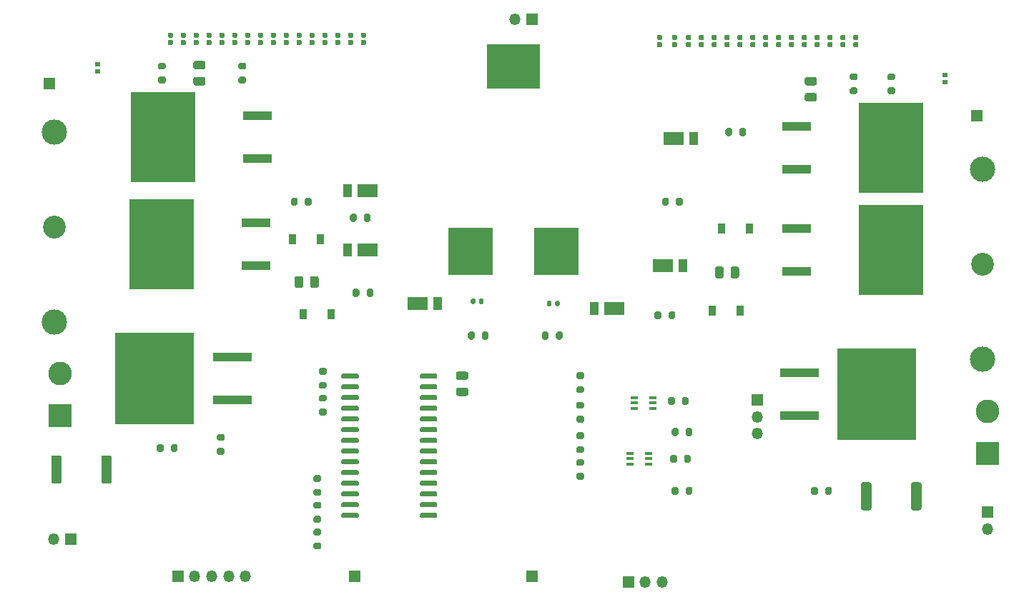
<source format=gts>
G04 #@! TF.GenerationSoftware,KiCad,Pcbnew,(5.1.10)-1*
G04 #@! TF.CreationDate,2022-01-17T16:27:26-05:00*
G04 #@! TF.ProjectId,breakoutboard-2,62726561-6b6f-4757-9462-6f6172642d32,rev?*
G04 #@! TF.SameCoordinates,Original*
G04 #@! TF.FileFunction,Soldermask,Top*
G04 #@! TF.FilePolarity,Negative*
%FSLAX46Y46*%
G04 Gerber Fmt 4.6, Leading zero omitted, Abs format (unit mm)*
G04 Created by KiCad (PCBNEW (5.1.10)-1) date 2022-01-17 16:27:26*
%MOMM*%
%LPD*%
G01*
G04 APERTURE LIST*
%ADD10R,9.400000X10.800000*%
%ADD11R,4.600000X1.100000*%
%ADD12R,1.350000X1.350000*%
%ADD13R,7.696200X10.718800*%
%ADD14R,3.505200X1.041400*%
%ADD15R,2.400000X1.500000*%
%ADD16R,1.050000X1.500000*%
%ADD17R,0.900000X1.200000*%
%ADD18C,3.000000*%
%ADD19C,2.700000*%
%ADD20O,1.350000X1.350000*%
%ADD21C,2.800000*%
%ADD22R,2.800000X2.800000*%
%ADD23R,5.330000X5.590000*%
%ADD24R,6.350000X5.280000*%
%ADD25R,0.850001X0.399999*%
G04 APERTURE END LIST*
D10*
X201495000Y-96520000D03*
D11*
X192345000Y-99060000D03*
X192345000Y-93980000D03*
D10*
X116005000Y-94615000D03*
D11*
X125155000Y-92075000D03*
X125155000Y-97155000D03*
D12*
X139700000Y-118110000D03*
D13*
X203200000Y-79375000D03*
D14*
X192036700Y-81915000D03*
X192036700Y-76835000D03*
D13*
X203187300Y-67310000D03*
D14*
X192024000Y-69850000D03*
X192024000Y-64770000D03*
D13*
X116852700Y-78740000D03*
D14*
X128016000Y-76200000D03*
X128016000Y-81280000D03*
D13*
X116979700Y-66040000D03*
D14*
X128143000Y-63500000D03*
X128143000Y-68580000D03*
G36*
G01*
X151925000Y-93800000D02*
X152875000Y-93800000D01*
G75*
G02*
X153125000Y-94050000I0J-250000D01*
G01*
X153125000Y-94550000D01*
G75*
G02*
X152875000Y-94800000I-250000J0D01*
G01*
X151925000Y-94800000D01*
G75*
G02*
X151675000Y-94550000I0J250000D01*
G01*
X151675000Y-94050000D01*
G75*
G02*
X151925000Y-93800000I250000J0D01*
G01*
G37*
G36*
G01*
X151925000Y-95700000D02*
X152875000Y-95700000D01*
G75*
G02*
X153125000Y-95950000I0J-250000D01*
G01*
X153125000Y-96450000D01*
G75*
G02*
X152875000Y-96700000I-250000J0D01*
G01*
X151925000Y-96700000D01*
G75*
G02*
X151675000Y-96450000I0J250000D01*
G01*
X151675000Y-95950000D01*
G75*
G02*
X151925000Y-95700000I250000J0D01*
G01*
G37*
G36*
G01*
X108995600Y-57945000D02*
X109444400Y-57945000D01*
G75*
G02*
X109520000Y-58020600I0J-75600D01*
G01*
X109520000Y-58409400D01*
G75*
G02*
X109444400Y-58485000I-75600J0D01*
G01*
X108995600Y-58485000D01*
G75*
G02*
X108920000Y-58409400I0J75600D01*
G01*
X108920000Y-58020600D01*
G75*
G02*
X108995600Y-57945000I75600J0D01*
G01*
G37*
G36*
G01*
X108995600Y-57085000D02*
X109444400Y-57085000D01*
G75*
G02*
X109520000Y-57160600I0J-75600D01*
G01*
X109520000Y-57549400D01*
G75*
G02*
X109444400Y-57625000I-75600J0D01*
G01*
X108995600Y-57625000D01*
G75*
G02*
X108920000Y-57549400I0J75600D01*
G01*
X108920000Y-57160600D01*
G75*
G02*
X108995600Y-57085000I75600J0D01*
G01*
G37*
G36*
G01*
X120810000Y-56970000D02*
X121760000Y-56970000D01*
G75*
G02*
X122010000Y-57220000I0J-250000D01*
G01*
X122010000Y-57720000D01*
G75*
G02*
X121760000Y-57970000I-250000J0D01*
G01*
X120810000Y-57970000D01*
G75*
G02*
X120560000Y-57720000I0J250000D01*
G01*
X120560000Y-57220000D01*
G75*
G02*
X120810000Y-56970000I250000J0D01*
G01*
G37*
G36*
G01*
X120810000Y-58870000D02*
X121760000Y-58870000D01*
G75*
G02*
X122010000Y-59120000I0J-250000D01*
G01*
X122010000Y-59620000D01*
G75*
G02*
X121760000Y-59870000I-250000J0D01*
G01*
X120810000Y-59870000D01*
G75*
G02*
X120560000Y-59620000I0J250000D01*
G01*
X120560000Y-59120000D01*
G75*
G02*
X120810000Y-58870000I250000J0D01*
G01*
G37*
G36*
G01*
X193200000Y-60775000D02*
X194150000Y-60775000D01*
G75*
G02*
X194400000Y-61025000I0J-250000D01*
G01*
X194400000Y-61525000D01*
G75*
G02*
X194150000Y-61775000I-250000J0D01*
G01*
X193200000Y-61775000D01*
G75*
G02*
X192950000Y-61525000I0J250000D01*
G01*
X192950000Y-61025000D01*
G75*
G02*
X193200000Y-60775000I250000J0D01*
G01*
G37*
G36*
G01*
X193200000Y-58875000D02*
X194150000Y-58875000D01*
G75*
G02*
X194400000Y-59125000I0J-250000D01*
G01*
X194400000Y-59625000D01*
G75*
G02*
X194150000Y-59875000I-250000J0D01*
G01*
X193200000Y-59875000D01*
G75*
G02*
X192950000Y-59625000I0J250000D01*
G01*
X192950000Y-59125000D01*
G75*
G02*
X193200000Y-58875000I250000J0D01*
G01*
G37*
G36*
G01*
X209774400Y-58895000D02*
X209325600Y-58895000D01*
G75*
G02*
X209250000Y-58819400I0J75600D01*
G01*
X209250000Y-58430600D01*
G75*
G02*
X209325600Y-58355000I75600J0D01*
G01*
X209774400Y-58355000D01*
G75*
G02*
X209850000Y-58430600I0J-75600D01*
G01*
X209850000Y-58819400D01*
G75*
G02*
X209774400Y-58895000I-75600J0D01*
G01*
G37*
G36*
G01*
X209774400Y-59755000D02*
X209325600Y-59755000D01*
G75*
G02*
X209250000Y-59679400I0J75600D01*
G01*
X209250000Y-59290600D01*
G75*
G02*
X209325600Y-59215000I75600J0D01*
G01*
X209774400Y-59215000D01*
G75*
G02*
X209850000Y-59290600I0J-75600D01*
G01*
X209850000Y-59679400D01*
G75*
G02*
X209774400Y-59755000I-75600J0D01*
G01*
G37*
G36*
G01*
X118080400Y-54196000D02*
X117631600Y-54196000D01*
G75*
G02*
X117556000Y-54120400I0J75600D01*
G01*
X117556000Y-53731600D01*
G75*
G02*
X117631600Y-53656000I75600J0D01*
G01*
X118080400Y-53656000D01*
G75*
G02*
X118156000Y-53731600I0J-75600D01*
G01*
X118156000Y-54120400D01*
G75*
G02*
X118080400Y-54196000I-75600J0D01*
G01*
G37*
G36*
G01*
X118080400Y-55056000D02*
X117631600Y-55056000D01*
G75*
G02*
X117556000Y-54980400I0J75600D01*
G01*
X117556000Y-54591600D01*
G75*
G02*
X117631600Y-54516000I75600J0D01*
G01*
X118080400Y-54516000D01*
G75*
G02*
X118156000Y-54591600I0J-75600D01*
G01*
X118156000Y-54980400D01*
G75*
G02*
X118080400Y-55056000I-75600J0D01*
G01*
G37*
G36*
G01*
X175992400Y-55310000D02*
X175543600Y-55310000D01*
G75*
G02*
X175468000Y-55234400I0J75600D01*
G01*
X175468000Y-54845600D01*
G75*
G02*
X175543600Y-54770000I75600J0D01*
G01*
X175992400Y-54770000D01*
G75*
G02*
X176068000Y-54845600I0J-75600D01*
G01*
X176068000Y-55234400D01*
G75*
G02*
X175992400Y-55310000I-75600J0D01*
G01*
G37*
G36*
G01*
X175992400Y-54450000D02*
X175543600Y-54450000D01*
G75*
G02*
X175468000Y-54374400I0J75600D01*
G01*
X175468000Y-53985600D01*
G75*
G02*
X175543600Y-53910000I75600J0D01*
G01*
X175992400Y-53910000D01*
G75*
G02*
X176068000Y-53985600I0J-75600D01*
G01*
X176068000Y-54374400D01*
G75*
G02*
X175992400Y-54450000I-75600J0D01*
G01*
G37*
G36*
G01*
X119604400Y-55056000D02*
X119155600Y-55056000D01*
G75*
G02*
X119080000Y-54980400I0J75600D01*
G01*
X119080000Y-54591600D01*
G75*
G02*
X119155600Y-54516000I75600J0D01*
G01*
X119604400Y-54516000D01*
G75*
G02*
X119680000Y-54591600I0J-75600D01*
G01*
X119680000Y-54980400D01*
G75*
G02*
X119604400Y-55056000I-75600J0D01*
G01*
G37*
G36*
G01*
X119604400Y-54196000D02*
X119155600Y-54196000D01*
G75*
G02*
X119080000Y-54120400I0J75600D01*
G01*
X119080000Y-53731600D01*
G75*
G02*
X119155600Y-53656000I75600J0D01*
G01*
X119604400Y-53656000D01*
G75*
G02*
X119680000Y-53731600I0J-75600D01*
G01*
X119680000Y-54120400D01*
G75*
G02*
X119604400Y-54196000I-75600J0D01*
G01*
G37*
G36*
G01*
X177770400Y-54450000D02*
X177321600Y-54450000D01*
G75*
G02*
X177246000Y-54374400I0J75600D01*
G01*
X177246000Y-53985600D01*
G75*
G02*
X177321600Y-53910000I75600J0D01*
G01*
X177770400Y-53910000D01*
G75*
G02*
X177846000Y-53985600I0J-75600D01*
G01*
X177846000Y-54374400D01*
G75*
G02*
X177770400Y-54450000I-75600J0D01*
G01*
G37*
G36*
G01*
X177770400Y-55310000D02*
X177321600Y-55310000D01*
G75*
G02*
X177246000Y-55234400I0J75600D01*
G01*
X177246000Y-54845600D01*
G75*
G02*
X177321600Y-54770000I75600J0D01*
G01*
X177770400Y-54770000D01*
G75*
G02*
X177846000Y-54845600I0J-75600D01*
G01*
X177846000Y-55234400D01*
G75*
G02*
X177770400Y-55310000I-75600J0D01*
G01*
G37*
G36*
G01*
X121128400Y-54196000D02*
X120679600Y-54196000D01*
G75*
G02*
X120604000Y-54120400I0J75600D01*
G01*
X120604000Y-53731600D01*
G75*
G02*
X120679600Y-53656000I75600J0D01*
G01*
X121128400Y-53656000D01*
G75*
G02*
X121204000Y-53731600I0J-75600D01*
G01*
X121204000Y-54120400D01*
G75*
G02*
X121128400Y-54196000I-75600J0D01*
G01*
G37*
G36*
G01*
X121128400Y-55056000D02*
X120679600Y-55056000D01*
G75*
G02*
X120604000Y-54980400I0J75600D01*
G01*
X120604000Y-54591600D01*
G75*
G02*
X120679600Y-54516000I75600J0D01*
G01*
X121128400Y-54516000D01*
G75*
G02*
X121204000Y-54591600I0J-75600D01*
G01*
X121204000Y-54980400D01*
G75*
G02*
X121128400Y-55056000I-75600J0D01*
G01*
G37*
G36*
G01*
X154378000Y-85641000D02*
X154378000Y-85301000D01*
G75*
G02*
X154518000Y-85161000I140000J0D01*
G01*
X154798000Y-85161000D01*
G75*
G02*
X154938000Y-85301000I0J-140000D01*
G01*
X154938000Y-85641000D01*
G75*
G02*
X154798000Y-85781000I-140000J0D01*
G01*
X154518000Y-85781000D01*
G75*
G02*
X154378000Y-85641000I0J140000D01*
G01*
G37*
G36*
G01*
X153418000Y-85641000D02*
X153418000Y-85301000D01*
G75*
G02*
X153558000Y-85161000I140000J0D01*
G01*
X153838000Y-85161000D01*
G75*
G02*
X153978000Y-85301000I0J-140000D01*
G01*
X153978000Y-85641000D01*
G75*
G02*
X153838000Y-85781000I-140000J0D01*
G01*
X153558000Y-85781000D01*
G75*
G02*
X153418000Y-85641000I0J140000D01*
G01*
G37*
G36*
G01*
X163955000Y-85555000D02*
X163955000Y-85895000D01*
G75*
G02*
X163815000Y-86035000I-140000J0D01*
G01*
X163535000Y-86035000D01*
G75*
G02*
X163395000Y-85895000I0J140000D01*
G01*
X163395000Y-85555000D01*
G75*
G02*
X163535000Y-85415000I140000J0D01*
G01*
X163815000Y-85415000D01*
G75*
G02*
X163955000Y-85555000I0J-140000D01*
G01*
G37*
G36*
G01*
X162995000Y-85555000D02*
X162995000Y-85895000D01*
G75*
G02*
X162855000Y-86035000I-140000J0D01*
G01*
X162575000Y-86035000D01*
G75*
G02*
X162435000Y-85895000I0J140000D01*
G01*
X162435000Y-85555000D01*
G75*
G02*
X162575000Y-85415000I140000J0D01*
G01*
X162855000Y-85415000D01*
G75*
G02*
X162995000Y-85555000I0J-140000D01*
G01*
G37*
G36*
G01*
X179421400Y-55310000D02*
X178972600Y-55310000D01*
G75*
G02*
X178897000Y-55234400I0J75600D01*
G01*
X178897000Y-54845600D01*
G75*
G02*
X178972600Y-54770000I75600J0D01*
G01*
X179421400Y-54770000D01*
G75*
G02*
X179497000Y-54845600I0J-75600D01*
G01*
X179497000Y-55234400D01*
G75*
G02*
X179421400Y-55310000I-75600J0D01*
G01*
G37*
G36*
G01*
X179421400Y-54450000D02*
X178972600Y-54450000D01*
G75*
G02*
X178897000Y-54374400I0J75600D01*
G01*
X178897000Y-53985600D01*
G75*
G02*
X178972600Y-53910000I75600J0D01*
G01*
X179421400Y-53910000D01*
G75*
G02*
X179497000Y-53985600I0J-75600D01*
G01*
X179497000Y-54374400D01*
G75*
G02*
X179421400Y-54450000I-75600J0D01*
G01*
G37*
G36*
G01*
X122652400Y-55056000D02*
X122203600Y-55056000D01*
G75*
G02*
X122128000Y-54980400I0J75600D01*
G01*
X122128000Y-54591600D01*
G75*
G02*
X122203600Y-54516000I75600J0D01*
G01*
X122652400Y-54516000D01*
G75*
G02*
X122728000Y-54591600I0J-75600D01*
G01*
X122728000Y-54980400D01*
G75*
G02*
X122652400Y-55056000I-75600J0D01*
G01*
G37*
G36*
G01*
X122652400Y-54196000D02*
X122203600Y-54196000D01*
G75*
G02*
X122128000Y-54120400I0J75600D01*
G01*
X122128000Y-53731600D01*
G75*
G02*
X122203600Y-53656000I75600J0D01*
G01*
X122652400Y-53656000D01*
G75*
G02*
X122728000Y-53731600I0J-75600D01*
G01*
X122728000Y-54120400D01*
G75*
G02*
X122652400Y-54196000I-75600J0D01*
G01*
G37*
G36*
G01*
X180945400Y-54450000D02*
X180496600Y-54450000D01*
G75*
G02*
X180421000Y-54374400I0J75600D01*
G01*
X180421000Y-53985600D01*
G75*
G02*
X180496600Y-53910000I75600J0D01*
G01*
X180945400Y-53910000D01*
G75*
G02*
X181021000Y-53985600I0J-75600D01*
G01*
X181021000Y-54374400D01*
G75*
G02*
X180945400Y-54450000I-75600J0D01*
G01*
G37*
G36*
G01*
X180945400Y-55310000D02*
X180496600Y-55310000D01*
G75*
G02*
X180421000Y-55234400I0J75600D01*
G01*
X180421000Y-54845600D01*
G75*
G02*
X180496600Y-54770000I75600J0D01*
G01*
X180945400Y-54770000D01*
G75*
G02*
X181021000Y-54845600I0J-75600D01*
G01*
X181021000Y-55234400D01*
G75*
G02*
X180945400Y-55310000I-75600J0D01*
G01*
G37*
G36*
G01*
X182469400Y-55310000D02*
X182020600Y-55310000D01*
G75*
G02*
X181945000Y-55234400I0J75600D01*
G01*
X181945000Y-54845600D01*
G75*
G02*
X182020600Y-54770000I75600J0D01*
G01*
X182469400Y-54770000D01*
G75*
G02*
X182545000Y-54845600I0J-75600D01*
G01*
X182545000Y-55234400D01*
G75*
G02*
X182469400Y-55310000I-75600J0D01*
G01*
G37*
G36*
G01*
X182469400Y-54450000D02*
X182020600Y-54450000D01*
G75*
G02*
X181945000Y-54374400I0J75600D01*
G01*
X181945000Y-53985600D01*
G75*
G02*
X182020600Y-53910000I75600J0D01*
G01*
X182469400Y-53910000D01*
G75*
G02*
X182545000Y-53985600I0J-75600D01*
G01*
X182545000Y-54374400D01*
G75*
G02*
X182469400Y-54450000I-75600J0D01*
G01*
G37*
G36*
G01*
X124176400Y-55056000D02*
X123727600Y-55056000D01*
G75*
G02*
X123652000Y-54980400I0J75600D01*
G01*
X123652000Y-54591600D01*
G75*
G02*
X123727600Y-54516000I75600J0D01*
G01*
X124176400Y-54516000D01*
G75*
G02*
X124252000Y-54591600I0J-75600D01*
G01*
X124252000Y-54980400D01*
G75*
G02*
X124176400Y-55056000I-75600J0D01*
G01*
G37*
G36*
G01*
X124176400Y-54196000D02*
X123727600Y-54196000D01*
G75*
G02*
X123652000Y-54120400I0J75600D01*
G01*
X123652000Y-53731600D01*
G75*
G02*
X123727600Y-53656000I75600J0D01*
G01*
X124176400Y-53656000D01*
G75*
G02*
X124252000Y-53731600I0J-75600D01*
G01*
X124252000Y-54120400D01*
G75*
G02*
X124176400Y-54196000I-75600J0D01*
G01*
G37*
G36*
G01*
X125700400Y-55056000D02*
X125251600Y-55056000D01*
G75*
G02*
X125176000Y-54980400I0J75600D01*
G01*
X125176000Y-54591600D01*
G75*
G02*
X125251600Y-54516000I75600J0D01*
G01*
X125700400Y-54516000D01*
G75*
G02*
X125776000Y-54591600I0J-75600D01*
G01*
X125776000Y-54980400D01*
G75*
G02*
X125700400Y-55056000I-75600J0D01*
G01*
G37*
G36*
G01*
X125700400Y-54196000D02*
X125251600Y-54196000D01*
G75*
G02*
X125176000Y-54120400I0J75600D01*
G01*
X125176000Y-53731600D01*
G75*
G02*
X125251600Y-53656000I75600J0D01*
G01*
X125700400Y-53656000D01*
G75*
G02*
X125776000Y-53731600I0J-75600D01*
G01*
X125776000Y-54120400D01*
G75*
G02*
X125700400Y-54196000I-75600J0D01*
G01*
G37*
G36*
G01*
X183993400Y-54450000D02*
X183544600Y-54450000D01*
G75*
G02*
X183469000Y-54374400I0J75600D01*
G01*
X183469000Y-53985600D01*
G75*
G02*
X183544600Y-53910000I75600J0D01*
G01*
X183993400Y-53910000D01*
G75*
G02*
X184069000Y-53985600I0J-75600D01*
G01*
X184069000Y-54374400D01*
G75*
G02*
X183993400Y-54450000I-75600J0D01*
G01*
G37*
G36*
G01*
X183993400Y-55310000D02*
X183544600Y-55310000D01*
G75*
G02*
X183469000Y-55234400I0J75600D01*
G01*
X183469000Y-54845600D01*
G75*
G02*
X183544600Y-54770000I75600J0D01*
G01*
X183993400Y-54770000D01*
G75*
G02*
X184069000Y-54845600I0J-75600D01*
G01*
X184069000Y-55234400D01*
G75*
G02*
X183993400Y-55310000I-75600J0D01*
G01*
G37*
G36*
G01*
X127224400Y-54196000D02*
X126775600Y-54196000D01*
G75*
G02*
X126700000Y-54120400I0J75600D01*
G01*
X126700000Y-53731600D01*
G75*
G02*
X126775600Y-53656000I75600J0D01*
G01*
X127224400Y-53656000D01*
G75*
G02*
X127300000Y-53731600I0J-75600D01*
G01*
X127300000Y-54120400D01*
G75*
G02*
X127224400Y-54196000I-75600J0D01*
G01*
G37*
G36*
G01*
X127224400Y-55056000D02*
X126775600Y-55056000D01*
G75*
G02*
X126700000Y-54980400I0J75600D01*
G01*
X126700000Y-54591600D01*
G75*
G02*
X126775600Y-54516000I75600J0D01*
G01*
X127224400Y-54516000D01*
G75*
G02*
X127300000Y-54591600I0J-75600D01*
G01*
X127300000Y-54980400D01*
G75*
G02*
X127224400Y-55056000I-75600J0D01*
G01*
G37*
G36*
G01*
X185517400Y-55310000D02*
X185068600Y-55310000D01*
G75*
G02*
X184993000Y-55234400I0J75600D01*
G01*
X184993000Y-54845600D01*
G75*
G02*
X185068600Y-54770000I75600J0D01*
G01*
X185517400Y-54770000D01*
G75*
G02*
X185593000Y-54845600I0J-75600D01*
G01*
X185593000Y-55234400D01*
G75*
G02*
X185517400Y-55310000I-75600J0D01*
G01*
G37*
G36*
G01*
X185517400Y-54450000D02*
X185068600Y-54450000D01*
G75*
G02*
X184993000Y-54374400I0J75600D01*
G01*
X184993000Y-53985600D01*
G75*
G02*
X185068600Y-53910000I75600J0D01*
G01*
X185517400Y-53910000D01*
G75*
G02*
X185593000Y-53985600I0J-75600D01*
G01*
X185593000Y-54374400D01*
G75*
G02*
X185517400Y-54450000I-75600J0D01*
G01*
G37*
G36*
G01*
X128748400Y-55056000D02*
X128299600Y-55056000D01*
G75*
G02*
X128224000Y-54980400I0J75600D01*
G01*
X128224000Y-54591600D01*
G75*
G02*
X128299600Y-54516000I75600J0D01*
G01*
X128748400Y-54516000D01*
G75*
G02*
X128824000Y-54591600I0J-75600D01*
G01*
X128824000Y-54980400D01*
G75*
G02*
X128748400Y-55056000I-75600J0D01*
G01*
G37*
G36*
G01*
X128748400Y-54196000D02*
X128299600Y-54196000D01*
G75*
G02*
X128224000Y-54120400I0J75600D01*
G01*
X128224000Y-53731600D01*
G75*
G02*
X128299600Y-53656000I75600J0D01*
G01*
X128748400Y-53656000D01*
G75*
G02*
X128824000Y-53731600I0J-75600D01*
G01*
X128824000Y-54120400D01*
G75*
G02*
X128748400Y-54196000I-75600J0D01*
G01*
G37*
G36*
G01*
X187041400Y-54450000D02*
X186592600Y-54450000D01*
G75*
G02*
X186517000Y-54374400I0J75600D01*
G01*
X186517000Y-53985600D01*
G75*
G02*
X186592600Y-53910000I75600J0D01*
G01*
X187041400Y-53910000D01*
G75*
G02*
X187117000Y-53985600I0J-75600D01*
G01*
X187117000Y-54374400D01*
G75*
G02*
X187041400Y-54450000I-75600J0D01*
G01*
G37*
G36*
G01*
X187041400Y-55310000D02*
X186592600Y-55310000D01*
G75*
G02*
X186517000Y-55234400I0J75600D01*
G01*
X186517000Y-54845600D01*
G75*
G02*
X186592600Y-54770000I75600J0D01*
G01*
X187041400Y-54770000D01*
G75*
G02*
X187117000Y-54845600I0J-75600D01*
G01*
X187117000Y-55234400D01*
G75*
G02*
X187041400Y-55310000I-75600J0D01*
G01*
G37*
G36*
G01*
X130272400Y-54196000D02*
X129823600Y-54196000D01*
G75*
G02*
X129748000Y-54120400I0J75600D01*
G01*
X129748000Y-53731600D01*
G75*
G02*
X129823600Y-53656000I75600J0D01*
G01*
X130272400Y-53656000D01*
G75*
G02*
X130348000Y-53731600I0J-75600D01*
G01*
X130348000Y-54120400D01*
G75*
G02*
X130272400Y-54196000I-75600J0D01*
G01*
G37*
G36*
G01*
X130272400Y-55056000D02*
X129823600Y-55056000D01*
G75*
G02*
X129748000Y-54980400I0J75600D01*
G01*
X129748000Y-54591600D01*
G75*
G02*
X129823600Y-54516000I75600J0D01*
G01*
X130272400Y-54516000D01*
G75*
G02*
X130348000Y-54591600I0J-75600D01*
G01*
X130348000Y-54980400D01*
G75*
G02*
X130272400Y-55056000I-75600J0D01*
G01*
G37*
G36*
G01*
X188565400Y-55310000D02*
X188116600Y-55310000D01*
G75*
G02*
X188041000Y-55234400I0J75600D01*
G01*
X188041000Y-54845600D01*
G75*
G02*
X188116600Y-54770000I75600J0D01*
G01*
X188565400Y-54770000D01*
G75*
G02*
X188641000Y-54845600I0J-75600D01*
G01*
X188641000Y-55234400D01*
G75*
G02*
X188565400Y-55310000I-75600J0D01*
G01*
G37*
G36*
G01*
X188565400Y-54450000D02*
X188116600Y-54450000D01*
G75*
G02*
X188041000Y-54374400I0J75600D01*
G01*
X188041000Y-53985600D01*
G75*
G02*
X188116600Y-53910000I75600J0D01*
G01*
X188565400Y-53910000D01*
G75*
G02*
X188641000Y-53985600I0J-75600D01*
G01*
X188641000Y-54374400D01*
G75*
G02*
X188565400Y-54450000I-75600J0D01*
G01*
G37*
G36*
G01*
X131796400Y-54196000D02*
X131347600Y-54196000D01*
G75*
G02*
X131272000Y-54120400I0J75600D01*
G01*
X131272000Y-53731600D01*
G75*
G02*
X131347600Y-53656000I75600J0D01*
G01*
X131796400Y-53656000D01*
G75*
G02*
X131872000Y-53731600I0J-75600D01*
G01*
X131872000Y-54120400D01*
G75*
G02*
X131796400Y-54196000I-75600J0D01*
G01*
G37*
G36*
G01*
X131796400Y-55056000D02*
X131347600Y-55056000D01*
G75*
G02*
X131272000Y-54980400I0J75600D01*
G01*
X131272000Y-54591600D01*
G75*
G02*
X131347600Y-54516000I75600J0D01*
G01*
X131796400Y-54516000D01*
G75*
G02*
X131872000Y-54591600I0J-75600D01*
G01*
X131872000Y-54980400D01*
G75*
G02*
X131796400Y-55056000I-75600J0D01*
G01*
G37*
G36*
G01*
X190089400Y-54450000D02*
X189640600Y-54450000D01*
G75*
G02*
X189565000Y-54374400I0J75600D01*
G01*
X189565000Y-53985600D01*
G75*
G02*
X189640600Y-53910000I75600J0D01*
G01*
X190089400Y-53910000D01*
G75*
G02*
X190165000Y-53985600I0J-75600D01*
G01*
X190165000Y-54374400D01*
G75*
G02*
X190089400Y-54450000I-75600J0D01*
G01*
G37*
G36*
G01*
X190089400Y-55310000D02*
X189640600Y-55310000D01*
G75*
G02*
X189565000Y-55234400I0J75600D01*
G01*
X189565000Y-54845600D01*
G75*
G02*
X189640600Y-54770000I75600J0D01*
G01*
X190089400Y-54770000D01*
G75*
G02*
X190165000Y-54845600I0J-75600D01*
G01*
X190165000Y-55234400D01*
G75*
G02*
X190089400Y-55310000I-75600J0D01*
G01*
G37*
G36*
G01*
X133320400Y-54196000D02*
X132871600Y-54196000D01*
G75*
G02*
X132796000Y-54120400I0J75600D01*
G01*
X132796000Y-53731600D01*
G75*
G02*
X132871600Y-53656000I75600J0D01*
G01*
X133320400Y-53656000D01*
G75*
G02*
X133396000Y-53731600I0J-75600D01*
G01*
X133396000Y-54120400D01*
G75*
G02*
X133320400Y-54196000I-75600J0D01*
G01*
G37*
G36*
G01*
X133320400Y-55056000D02*
X132871600Y-55056000D01*
G75*
G02*
X132796000Y-54980400I0J75600D01*
G01*
X132796000Y-54591600D01*
G75*
G02*
X132871600Y-54516000I75600J0D01*
G01*
X133320400Y-54516000D01*
G75*
G02*
X133396000Y-54591600I0J-75600D01*
G01*
X133396000Y-54980400D01*
G75*
G02*
X133320400Y-55056000I-75600J0D01*
G01*
G37*
G36*
G01*
X191613400Y-55310000D02*
X191164600Y-55310000D01*
G75*
G02*
X191089000Y-55234400I0J75600D01*
G01*
X191089000Y-54845600D01*
G75*
G02*
X191164600Y-54770000I75600J0D01*
G01*
X191613400Y-54770000D01*
G75*
G02*
X191689000Y-54845600I0J-75600D01*
G01*
X191689000Y-55234400D01*
G75*
G02*
X191613400Y-55310000I-75600J0D01*
G01*
G37*
G36*
G01*
X191613400Y-54450000D02*
X191164600Y-54450000D01*
G75*
G02*
X191089000Y-54374400I0J75600D01*
G01*
X191089000Y-53985600D01*
G75*
G02*
X191164600Y-53910000I75600J0D01*
G01*
X191613400Y-53910000D01*
G75*
G02*
X191689000Y-53985600I0J-75600D01*
G01*
X191689000Y-54374400D01*
G75*
G02*
X191613400Y-54450000I-75600J0D01*
G01*
G37*
G36*
G01*
X134844400Y-55056000D02*
X134395600Y-55056000D01*
G75*
G02*
X134320000Y-54980400I0J75600D01*
G01*
X134320000Y-54591600D01*
G75*
G02*
X134395600Y-54516000I75600J0D01*
G01*
X134844400Y-54516000D01*
G75*
G02*
X134920000Y-54591600I0J-75600D01*
G01*
X134920000Y-54980400D01*
G75*
G02*
X134844400Y-55056000I-75600J0D01*
G01*
G37*
G36*
G01*
X134844400Y-54196000D02*
X134395600Y-54196000D01*
G75*
G02*
X134320000Y-54120400I0J75600D01*
G01*
X134320000Y-53731600D01*
G75*
G02*
X134395600Y-53656000I75600J0D01*
G01*
X134844400Y-53656000D01*
G75*
G02*
X134920000Y-53731600I0J-75600D01*
G01*
X134920000Y-54120400D01*
G75*
G02*
X134844400Y-54196000I-75600J0D01*
G01*
G37*
G36*
G01*
X193137400Y-54450000D02*
X192688600Y-54450000D01*
G75*
G02*
X192613000Y-54374400I0J75600D01*
G01*
X192613000Y-53985600D01*
G75*
G02*
X192688600Y-53910000I75600J0D01*
G01*
X193137400Y-53910000D01*
G75*
G02*
X193213000Y-53985600I0J-75600D01*
G01*
X193213000Y-54374400D01*
G75*
G02*
X193137400Y-54450000I-75600J0D01*
G01*
G37*
G36*
G01*
X193137400Y-55310000D02*
X192688600Y-55310000D01*
G75*
G02*
X192613000Y-55234400I0J75600D01*
G01*
X192613000Y-54845600D01*
G75*
G02*
X192688600Y-54770000I75600J0D01*
G01*
X193137400Y-54770000D01*
G75*
G02*
X193213000Y-54845600I0J-75600D01*
G01*
X193213000Y-55234400D01*
G75*
G02*
X193137400Y-55310000I-75600J0D01*
G01*
G37*
G36*
G01*
X136368400Y-54196000D02*
X135919600Y-54196000D01*
G75*
G02*
X135844000Y-54120400I0J75600D01*
G01*
X135844000Y-53731600D01*
G75*
G02*
X135919600Y-53656000I75600J0D01*
G01*
X136368400Y-53656000D01*
G75*
G02*
X136444000Y-53731600I0J-75600D01*
G01*
X136444000Y-54120400D01*
G75*
G02*
X136368400Y-54196000I-75600J0D01*
G01*
G37*
G36*
G01*
X136368400Y-55056000D02*
X135919600Y-55056000D01*
G75*
G02*
X135844000Y-54980400I0J75600D01*
G01*
X135844000Y-54591600D01*
G75*
G02*
X135919600Y-54516000I75600J0D01*
G01*
X136368400Y-54516000D01*
G75*
G02*
X136444000Y-54591600I0J-75600D01*
G01*
X136444000Y-54980400D01*
G75*
G02*
X136368400Y-55056000I-75600J0D01*
G01*
G37*
G36*
G01*
X194661400Y-55310000D02*
X194212600Y-55310000D01*
G75*
G02*
X194137000Y-55234400I0J75600D01*
G01*
X194137000Y-54845600D01*
G75*
G02*
X194212600Y-54770000I75600J0D01*
G01*
X194661400Y-54770000D01*
G75*
G02*
X194737000Y-54845600I0J-75600D01*
G01*
X194737000Y-55234400D01*
G75*
G02*
X194661400Y-55310000I-75600J0D01*
G01*
G37*
G36*
G01*
X194661400Y-54450000D02*
X194212600Y-54450000D01*
G75*
G02*
X194137000Y-54374400I0J75600D01*
G01*
X194137000Y-53985600D01*
G75*
G02*
X194212600Y-53910000I75600J0D01*
G01*
X194661400Y-53910000D01*
G75*
G02*
X194737000Y-53985600I0J-75600D01*
G01*
X194737000Y-54374400D01*
G75*
G02*
X194661400Y-54450000I-75600J0D01*
G01*
G37*
G36*
G01*
X137892400Y-55056000D02*
X137443600Y-55056000D01*
G75*
G02*
X137368000Y-54980400I0J75600D01*
G01*
X137368000Y-54591600D01*
G75*
G02*
X137443600Y-54516000I75600J0D01*
G01*
X137892400Y-54516000D01*
G75*
G02*
X137968000Y-54591600I0J-75600D01*
G01*
X137968000Y-54980400D01*
G75*
G02*
X137892400Y-55056000I-75600J0D01*
G01*
G37*
G36*
G01*
X137892400Y-54196000D02*
X137443600Y-54196000D01*
G75*
G02*
X137368000Y-54120400I0J75600D01*
G01*
X137368000Y-53731600D01*
G75*
G02*
X137443600Y-53656000I75600J0D01*
G01*
X137892400Y-53656000D01*
G75*
G02*
X137968000Y-53731600I0J-75600D01*
G01*
X137968000Y-54120400D01*
G75*
G02*
X137892400Y-54196000I-75600J0D01*
G01*
G37*
G36*
G01*
X196185400Y-54450000D02*
X195736600Y-54450000D01*
G75*
G02*
X195661000Y-54374400I0J75600D01*
G01*
X195661000Y-53985600D01*
G75*
G02*
X195736600Y-53910000I75600J0D01*
G01*
X196185400Y-53910000D01*
G75*
G02*
X196261000Y-53985600I0J-75600D01*
G01*
X196261000Y-54374400D01*
G75*
G02*
X196185400Y-54450000I-75600J0D01*
G01*
G37*
G36*
G01*
X196185400Y-55310000D02*
X195736600Y-55310000D01*
G75*
G02*
X195661000Y-55234400I0J75600D01*
G01*
X195661000Y-54845600D01*
G75*
G02*
X195736600Y-54770000I75600J0D01*
G01*
X196185400Y-54770000D01*
G75*
G02*
X196261000Y-54845600I0J-75600D01*
G01*
X196261000Y-55234400D01*
G75*
G02*
X196185400Y-55310000I-75600J0D01*
G01*
G37*
G36*
G01*
X139416400Y-55056000D02*
X138967600Y-55056000D01*
G75*
G02*
X138892000Y-54980400I0J75600D01*
G01*
X138892000Y-54591600D01*
G75*
G02*
X138967600Y-54516000I75600J0D01*
G01*
X139416400Y-54516000D01*
G75*
G02*
X139492000Y-54591600I0J-75600D01*
G01*
X139492000Y-54980400D01*
G75*
G02*
X139416400Y-55056000I-75600J0D01*
G01*
G37*
G36*
G01*
X139416400Y-54196000D02*
X138967600Y-54196000D01*
G75*
G02*
X138892000Y-54120400I0J75600D01*
G01*
X138892000Y-53731600D01*
G75*
G02*
X138967600Y-53656000I75600J0D01*
G01*
X139416400Y-53656000D01*
G75*
G02*
X139492000Y-53731600I0J-75600D01*
G01*
X139492000Y-54120400D01*
G75*
G02*
X139416400Y-54196000I-75600J0D01*
G01*
G37*
G36*
G01*
X197709400Y-54450000D02*
X197260600Y-54450000D01*
G75*
G02*
X197185000Y-54374400I0J75600D01*
G01*
X197185000Y-53985600D01*
G75*
G02*
X197260600Y-53910000I75600J0D01*
G01*
X197709400Y-53910000D01*
G75*
G02*
X197785000Y-53985600I0J-75600D01*
G01*
X197785000Y-54374400D01*
G75*
G02*
X197709400Y-54450000I-75600J0D01*
G01*
G37*
G36*
G01*
X197709400Y-55310000D02*
X197260600Y-55310000D01*
G75*
G02*
X197185000Y-55234400I0J75600D01*
G01*
X197185000Y-54845600D01*
G75*
G02*
X197260600Y-54770000I75600J0D01*
G01*
X197709400Y-54770000D01*
G75*
G02*
X197785000Y-54845600I0J-75600D01*
G01*
X197785000Y-55234400D01*
G75*
G02*
X197709400Y-55310000I-75600J0D01*
G01*
G37*
G36*
G01*
X140940400Y-54196000D02*
X140491600Y-54196000D01*
G75*
G02*
X140416000Y-54120400I0J75600D01*
G01*
X140416000Y-53731600D01*
G75*
G02*
X140491600Y-53656000I75600J0D01*
G01*
X140940400Y-53656000D01*
G75*
G02*
X141016000Y-53731600I0J-75600D01*
G01*
X141016000Y-54120400D01*
G75*
G02*
X140940400Y-54196000I-75600J0D01*
G01*
G37*
G36*
G01*
X140940400Y-55056000D02*
X140491600Y-55056000D01*
G75*
G02*
X140416000Y-54980400I0J75600D01*
G01*
X140416000Y-54591600D01*
G75*
G02*
X140491600Y-54516000I75600J0D01*
G01*
X140940400Y-54516000D01*
G75*
G02*
X141016000Y-54591600I0J-75600D01*
G01*
X141016000Y-54980400D01*
G75*
G02*
X140940400Y-55056000I-75600J0D01*
G01*
G37*
G36*
G01*
X199233400Y-55310000D02*
X198784600Y-55310000D01*
G75*
G02*
X198709000Y-55234400I0J75600D01*
G01*
X198709000Y-54845600D01*
G75*
G02*
X198784600Y-54770000I75600J0D01*
G01*
X199233400Y-54770000D01*
G75*
G02*
X199309000Y-54845600I0J-75600D01*
G01*
X199309000Y-55234400D01*
G75*
G02*
X199233400Y-55310000I-75600J0D01*
G01*
G37*
G36*
G01*
X199233400Y-54450000D02*
X198784600Y-54450000D01*
G75*
G02*
X198709000Y-54374400I0J75600D01*
G01*
X198709000Y-53985600D01*
G75*
G02*
X198784600Y-53910000I75600J0D01*
G01*
X199233400Y-53910000D01*
G75*
G02*
X199309000Y-53985600I0J-75600D01*
G01*
X199309000Y-54374400D01*
G75*
G02*
X199233400Y-54450000I-75600J0D01*
G01*
G37*
D15*
X141184999Y-72390000D03*
D16*
X138810000Y-72390000D03*
D15*
X177458001Y-66167000D03*
D16*
X179833000Y-66167000D03*
D17*
X135635000Y-78105000D03*
X132335000Y-78105000D03*
X186435000Y-76835000D03*
X183135000Y-76835000D03*
D16*
X138810000Y-79375000D03*
D15*
X141184999Y-79375000D03*
X147105001Y-85725000D03*
D16*
X149480000Y-85725000D03*
X168020000Y-86360000D03*
D15*
X170394999Y-86360000D03*
X176188001Y-81280000D03*
D16*
X178563000Y-81280000D03*
D17*
X136905000Y-86995000D03*
X133605000Y-86995000D03*
X181992000Y-86614000D03*
X185292000Y-86614000D03*
D18*
X104140000Y-65405000D03*
X104140000Y-87905000D03*
D19*
X104140000Y-76655000D03*
X213995000Y-81100000D03*
D18*
X213995000Y-92350000D03*
X213995000Y-69850000D03*
D12*
X103505000Y-59690000D03*
X160655000Y-52070000D03*
D20*
X158655000Y-52070000D03*
X187325000Y-101155000D03*
X187325000Y-99155000D03*
D12*
X187325000Y-97155000D03*
X172085000Y-118745000D03*
D20*
X174085000Y-118745000D03*
X176085000Y-118745000D03*
X104045000Y-113665000D03*
D12*
X106045000Y-113665000D03*
D21*
X104775000Y-94060000D03*
D22*
X104775000Y-99060000D03*
X214630000Y-103505000D03*
D21*
X214630000Y-98505000D03*
D12*
X214630000Y-110490000D03*
D20*
X214630000Y-112490000D03*
D12*
X213360000Y-63500000D03*
X160655000Y-118110000D03*
X118745000Y-118110000D03*
D20*
X120745000Y-118110000D03*
X122745000Y-118110000D03*
X124745000Y-118110000D03*
X126745000Y-118110000D03*
D23*
X153421000Y-79540000D03*
X163571000Y-79540000D03*
D24*
X158496000Y-57620000D03*
G36*
G01*
X116565000Y-57195000D02*
X117115000Y-57195000D01*
G75*
G02*
X117315000Y-57395000I0J-200000D01*
G01*
X117315000Y-57795000D01*
G75*
G02*
X117115000Y-57995000I-200000J0D01*
G01*
X116565000Y-57995000D01*
G75*
G02*
X116365000Y-57795000I0J200000D01*
G01*
X116365000Y-57395000D01*
G75*
G02*
X116565000Y-57195000I200000J0D01*
G01*
G37*
G36*
G01*
X116565000Y-58845000D02*
X117115000Y-58845000D01*
G75*
G02*
X117315000Y-59045000I0J-200000D01*
G01*
X117315000Y-59445000D01*
G75*
G02*
X117115000Y-59645000I-200000J0D01*
G01*
X116565000Y-59645000D01*
G75*
G02*
X116365000Y-59445000I0J200000D01*
G01*
X116365000Y-59045000D01*
G75*
G02*
X116565000Y-58845000I200000J0D01*
G01*
G37*
G36*
G01*
X202925000Y-60115000D02*
X203475000Y-60115000D01*
G75*
G02*
X203675000Y-60315000I0J-200000D01*
G01*
X203675000Y-60715000D01*
G75*
G02*
X203475000Y-60915000I-200000J0D01*
G01*
X202925000Y-60915000D01*
G75*
G02*
X202725000Y-60715000I0J200000D01*
G01*
X202725000Y-60315000D01*
G75*
G02*
X202925000Y-60115000I200000J0D01*
G01*
G37*
G36*
G01*
X202925000Y-58465000D02*
X203475000Y-58465000D01*
G75*
G02*
X203675000Y-58665000I0J-200000D01*
G01*
X203675000Y-59065000D01*
G75*
G02*
X203475000Y-59265000I-200000J0D01*
G01*
X202925000Y-59265000D01*
G75*
G02*
X202725000Y-59065000I0J200000D01*
G01*
X202725000Y-58665000D01*
G75*
G02*
X202925000Y-58465000I200000J0D01*
G01*
G37*
G36*
G01*
X126090000Y-57195000D02*
X126640000Y-57195000D01*
G75*
G02*
X126840000Y-57395000I0J-200000D01*
G01*
X126840000Y-57795000D01*
G75*
G02*
X126640000Y-57995000I-200000J0D01*
G01*
X126090000Y-57995000D01*
G75*
G02*
X125890000Y-57795000I0J200000D01*
G01*
X125890000Y-57395000D01*
G75*
G02*
X126090000Y-57195000I200000J0D01*
G01*
G37*
G36*
G01*
X126090000Y-58845000D02*
X126640000Y-58845000D01*
G75*
G02*
X126840000Y-59045000I0J-200000D01*
G01*
X126840000Y-59445000D01*
G75*
G02*
X126640000Y-59645000I-200000J0D01*
G01*
X126090000Y-59645000D01*
G75*
G02*
X125890000Y-59445000I0J200000D01*
G01*
X125890000Y-59045000D01*
G75*
G02*
X126090000Y-58845000I200000J0D01*
G01*
G37*
G36*
G01*
X198480000Y-58465000D02*
X199030000Y-58465000D01*
G75*
G02*
X199230000Y-58665000I0J-200000D01*
G01*
X199230000Y-59065000D01*
G75*
G02*
X199030000Y-59265000I-200000J0D01*
G01*
X198480000Y-59265000D01*
G75*
G02*
X198280000Y-59065000I0J200000D01*
G01*
X198280000Y-58665000D01*
G75*
G02*
X198480000Y-58465000I200000J0D01*
G01*
G37*
G36*
G01*
X198480000Y-60115000D02*
X199030000Y-60115000D01*
G75*
G02*
X199230000Y-60315000I0J-200000D01*
G01*
X199230000Y-60715000D01*
G75*
G02*
X199030000Y-60915000I-200000J0D01*
G01*
X198480000Y-60915000D01*
G75*
G02*
X198280000Y-60715000I0J200000D01*
G01*
X198280000Y-60315000D01*
G75*
G02*
X198480000Y-60115000I200000J0D01*
G01*
G37*
G36*
G01*
X110890000Y-103985000D02*
X110890000Y-106835000D01*
G75*
G02*
X110640000Y-107085000I-250000J0D01*
G01*
X109915000Y-107085000D01*
G75*
G02*
X109665000Y-106835000I0J250000D01*
G01*
X109665000Y-103985000D01*
G75*
G02*
X109915000Y-103735000I250000J0D01*
G01*
X110640000Y-103735000D01*
G75*
G02*
X110890000Y-103985000I0J-250000D01*
G01*
G37*
G36*
G01*
X104965000Y-103985000D02*
X104965000Y-106835000D01*
G75*
G02*
X104715000Y-107085000I-250000J0D01*
G01*
X103990000Y-107085000D01*
G75*
G02*
X103740000Y-106835000I0J250000D01*
G01*
X103740000Y-103985000D01*
G75*
G02*
X103990000Y-103735000I250000J0D01*
G01*
X104715000Y-103735000D01*
G75*
G02*
X104965000Y-103985000I0J-250000D01*
G01*
G37*
G36*
G01*
X205550000Y-110010000D02*
X205550000Y-107160000D01*
G75*
G02*
X205800000Y-106910000I250000J0D01*
G01*
X206525000Y-106910000D01*
G75*
G02*
X206775000Y-107160000I0J-250000D01*
G01*
X206775000Y-110010000D01*
G75*
G02*
X206525000Y-110260000I-250000J0D01*
G01*
X205800000Y-110260000D01*
G75*
G02*
X205550000Y-110010000I0J250000D01*
G01*
G37*
G36*
G01*
X199625000Y-110010000D02*
X199625000Y-107160000D01*
G75*
G02*
X199875000Y-106910000I250000J0D01*
G01*
X200600000Y-106910000D01*
G75*
G02*
X200850000Y-107160000I0J-250000D01*
G01*
X200850000Y-110010000D01*
G75*
G02*
X200600000Y-110260000I-250000J0D01*
G01*
X199875000Y-110260000D01*
G75*
G02*
X199625000Y-110010000I0J250000D01*
G01*
G37*
G36*
G01*
X132925000Y-73385000D02*
X132925000Y-73935000D01*
G75*
G02*
X132725000Y-74135000I-200000J0D01*
G01*
X132325000Y-74135000D01*
G75*
G02*
X132125000Y-73935000I0J200000D01*
G01*
X132125000Y-73385000D01*
G75*
G02*
X132325000Y-73185000I200000J0D01*
G01*
X132725000Y-73185000D01*
G75*
G02*
X132925000Y-73385000I0J-200000D01*
G01*
G37*
G36*
G01*
X134575000Y-73385000D02*
X134575000Y-73935000D01*
G75*
G02*
X134375000Y-74135000I-200000J0D01*
G01*
X133975000Y-74135000D01*
G75*
G02*
X133775000Y-73935000I0J200000D01*
G01*
X133775000Y-73385000D01*
G75*
G02*
X133975000Y-73185000I200000J0D01*
G01*
X134375000Y-73185000D01*
G75*
G02*
X134575000Y-73385000I0J-200000D01*
G01*
G37*
G36*
G01*
X185210000Y-65680000D02*
X185210000Y-65130000D01*
G75*
G02*
X185410000Y-64930000I200000J0D01*
G01*
X185810000Y-64930000D01*
G75*
G02*
X186010000Y-65130000I0J-200000D01*
G01*
X186010000Y-65680000D01*
G75*
G02*
X185810000Y-65880000I-200000J0D01*
G01*
X185410000Y-65880000D01*
G75*
G02*
X185210000Y-65680000I0J200000D01*
G01*
G37*
G36*
G01*
X183560000Y-65680000D02*
X183560000Y-65130000D01*
G75*
G02*
X183760000Y-64930000I200000J0D01*
G01*
X184160000Y-64930000D01*
G75*
G02*
X184360000Y-65130000I0J-200000D01*
G01*
X184360000Y-65680000D01*
G75*
G02*
X184160000Y-65880000I-200000J0D01*
G01*
X183760000Y-65880000D01*
G75*
G02*
X183560000Y-65680000I0J200000D01*
G01*
G37*
G36*
G01*
X139910000Y-75290000D02*
X139910000Y-75840000D01*
G75*
G02*
X139710000Y-76040000I-200000J0D01*
G01*
X139310000Y-76040000D01*
G75*
G02*
X139110000Y-75840000I0J200000D01*
G01*
X139110000Y-75290000D01*
G75*
G02*
X139310000Y-75090000I200000J0D01*
G01*
X139710000Y-75090000D01*
G75*
G02*
X139910000Y-75290000I0J-200000D01*
G01*
G37*
G36*
G01*
X141560000Y-75290000D02*
X141560000Y-75840000D01*
G75*
G02*
X141360000Y-76040000I-200000J0D01*
G01*
X140960000Y-76040000D01*
G75*
G02*
X140760000Y-75840000I0J200000D01*
G01*
X140760000Y-75290000D01*
G75*
G02*
X140960000Y-75090000I200000J0D01*
G01*
X141360000Y-75090000D01*
G75*
G02*
X141560000Y-75290000I0J-200000D01*
G01*
G37*
G36*
G01*
X176067000Y-73935000D02*
X176067000Y-73385000D01*
G75*
G02*
X176267000Y-73185000I200000J0D01*
G01*
X176667000Y-73185000D01*
G75*
G02*
X176867000Y-73385000I0J-200000D01*
G01*
X176867000Y-73935000D01*
G75*
G02*
X176667000Y-74135000I-200000J0D01*
G01*
X176267000Y-74135000D01*
G75*
G02*
X176067000Y-73935000I0J200000D01*
G01*
G37*
G36*
G01*
X177717000Y-73935000D02*
X177717000Y-73385000D01*
G75*
G02*
X177917000Y-73185000I200000J0D01*
G01*
X178317000Y-73185000D01*
G75*
G02*
X178517000Y-73385000I0J-200000D01*
G01*
X178517000Y-73935000D01*
G75*
G02*
X178317000Y-74135000I-200000J0D01*
G01*
X177917000Y-74135000D01*
G75*
G02*
X177717000Y-73935000I0J200000D01*
G01*
G37*
G36*
G01*
X132560000Y-83635001D02*
X132560000Y-82734999D01*
G75*
G02*
X132809999Y-82485000I249999J0D01*
G01*
X133335001Y-82485000D01*
G75*
G02*
X133585000Y-82734999I0J-249999D01*
G01*
X133585000Y-83635001D01*
G75*
G02*
X133335001Y-83885000I-249999J0D01*
G01*
X132809999Y-83885000D01*
G75*
G02*
X132560000Y-83635001I0J249999D01*
G01*
G37*
G36*
G01*
X134385000Y-83635001D02*
X134385000Y-82734999D01*
G75*
G02*
X134634999Y-82485000I249999J0D01*
G01*
X135160001Y-82485000D01*
G75*
G02*
X135410000Y-82734999I0J-249999D01*
G01*
X135410000Y-83635001D01*
G75*
G02*
X135160001Y-83885000I-249999J0D01*
G01*
X134634999Y-83885000D01*
G75*
G02*
X134385000Y-83635001I0J249999D01*
G01*
G37*
G36*
G01*
X153880000Y-89260000D02*
X153880000Y-89810000D01*
G75*
G02*
X153680000Y-90010000I-200000J0D01*
G01*
X153280000Y-90010000D01*
G75*
G02*
X153080000Y-89810000I0J200000D01*
G01*
X153080000Y-89260000D01*
G75*
G02*
X153280000Y-89060000I200000J0D01*
G01*
X153680000Y-89060000D01*
G75*
G02*
X153880000Y-89260000I0J-200000D01*
G01*
G37*
G36*
G01*
X155530000Y-89260000D02*
X155530000Y-89810000D01*
G75*
G02*
X155330000Y-90010000I-200000J0D01*
G01*
X154930000Y-90010000D01*
G75*
G02*
X154730000Y-89810000I0J200000D01*
G01*
X154730000Y-89260000D01*
G75*
G02*
X154930000Y-89060000I200000J0D01*
G01*
X155330000Y-89060000D01*
G75*
G02*
X155530000Y-89260000I0J-200000D01*
G01*
G37*
G36*
G01*
X161843000Y-89810000D02*
X161843000Y-89260000D01*
G75*
G02*
X162043000Y-89060000I200000J0D01*
G01*
X162443000Y-89060000D01*
G75*
G02*
X162643000Y-89260000I0J-200000D01*
G01*
X162643000Y-89810000D01*
G75*
G02*
X162443000Y-90010000I-200000J0D01*
G01*
X162043000Y-90010000D01*
G75*
G02*
X161843000Y-89810000I0J200000D01*
G01*
G37*
G36*
G01*
X163493000Y-89810000D02*
X163493000Y-89260000D01*
G75*
G02*
X163693000Y-89060000I200000J0D01*
G01*
X164093000Y-89060000D01*
G75*
G02*
X164293000Y-89260000I0J-200000D01*
G01*
X164293000Y-89810000D01*
G75*
G02*
X164093000Y-90010000I-200000J0D01*
G01*
X163693000Y-90010000D01*
G75*
G02*
X163493000Y-89810000I0J200000D01*
G01*
G37*
G36*
G01*
X184169000Y-82492001D02*
X184169000Y-81591999D01*
G75*
G02*
X184418999Y-81342000I249999J0D01*
G01*
X184944001Y-81342000D01*
G75*
G02*
X185194000Y-81591999I0J-249999D01*
G01*
X185194000Y-82492001D01*
G75*
G02*
X184944001Y-82742000I-249999J0D01*
G01*
X184418999Y-82742000D01*
G75*
G02*
X184169000Y-82492001I0J249999D01*
G01*
G37*
G36*
G01*
X182344000Y-82492001D02*
X182344000Y-81591999D01*
G75*
G02*
X182593999Y-81342000I249999J0D01*
G01*
X183119001Y-81342000D01*
G75*
G02*
X183369000Y-81591999I0J-249999D01*
G01*
X183369000Y-82492001D01*
G75*
G02*
X183119001Y-82742000I-249999J0D01*
G01*
X182593999Y-82742000D01*
G75*
G02*
X182344000Y-82492001I0J249999D01*
G01*
G37*
G36*
G01*
X141878000Y-84180000D02*
X141878000Y-84730000D01*
G75*
G02*
X141678000Y-84930000I-200000J0D01*
G01*
X141278000Y-84930000D01*
G75*
G02*
X141078000Y-84730000I0J200000D01*
G01*
X141078000Y-84180000D01*
G75*
G02*
X141278000Y-83980000I200000J0D01*
G01*
X141678000Y-83980000D01*
G75*
G02*
X141878000Y-84180000I0J-200000D01*
G01*
G37*
G36*
G01*
X140228000Y-84180000D02*
X140228000Y-84730000D01*
G75*
G02*
X140028000Y-84930000I-200000J0D01*
G01*
X139628000Y-84930000D01*
G75*
G02*
X139428000Y-84730000I0J200000D01*
G01*
X139428000Y-84180000D01*
G75*
G02*
X139628000Y-83980000I200000J0D01*
G01*
X140028000Y-83980000D01*
G75*
G02*
X140228000Y-84180000I0J-200000D01*
G01*
G37*
G36*
G01*
X176828000Y-87397000D02*
X176828000Y-86847000D01*
G75*
G02*
X177028000Y-86647000I200000J0D01*
G01*
X177428000Y-86647000D01*
G75*
G02*
X177628000Y-86847000I0J-200000D01*
G01*
X177628000Y-87397000D01*
G75*
G02*
X177428000Y-87597000I-200000J0D01*
G01*
X177028000Y-87597000D01*
G75*
G02*
X176828000Y-87397000I0J200000D01*
G01*
G37*
G36*
G01*
X175178000Y-87397000D02*
X175178000Y-86847000D01*
G75*
G02*
X175378000Y-86647000I200000J0D01*
G01*
X175778000Y-86647000D01*
G75*
G02*
X175978000Y-86847000I0J-200000D01*
G01*
X175978000Y-87397000D01*
G75*
G02*
X175778000Y-87597000I-200000J0D01*
G01*
X175378000Y-87597000D01*
G75*
G02*
X175178000Y-87397000I0J200000D01*
G01*
G37*
G36*
G01*
X166645000Y-99840000D02*
X166095000Y-99840000D01*
G75*
G02*
X165895000Y-99640000I0J200000D01*
G01*
X165895000Y-99240000D01*
G75*
G02*
X166095000Y-99040000I200000J0D01*
G01*
X166645000Y-99040000D01*
G75*
G02*
X166845000Y-99240000I0J-200000D01*
G01*
X166845000Y-99640000D01*
G75*
G02*
X166645000Y-99840000I-200000J0D01*
G01*
G37*
G36*
G01*
X166645000Y-98190000D02*
X166095000Y-98190000D01*
G75*
G02*
X165895000Y-97990000I0J200000D01*
G01*
X165895000Y-97590000D01*
G75*
G02*
X166095000Y-97390000I200000J0D01*
G01*
X166645000Y-97390000D01*
G75*
G02*
X166845000Y-97590000I0J-200000D01*
G01*
X166845000Y-97990000D01*
G75*
G02*
X166645000Y-98190000I-200000J0D01*
G01*
G37*
G36*
G01*
X166645000Y-94698000D02*
X166095000Y-94698000D01*
G75*
G02*
X165895000Y-94498000I0J200000D01*
G01*
X165895000Y-94098000D01*
G75*
G02*
X166095000Y-93898000I200000J0D01*
G01*
X166645000Y-93898000D01*
G75*
G02*
X166845000Y-94098000I0J-200000D01*
G01*
X166845000Y-94498000D01*
G75*
G02*
X166645000Y-94698000I-200000J0D01*
G01*
G37*
G36*
G01*
X166645000Y-96348000D02*
X166095000Y-96348000D01*
G75*
G02*
X165895000Y-96148000I0J200000D01*
G01*
X165895000Y-95748000D01*
G75*
G02*
X166095000Y-95548000I200000J0D01*
G01*
X166645000Y-95548000D01*
G75*
G02*
X166845000Y-95748000I0J-200000D01*
G01*
X166845000Y-96148000D01*
G75*
G02*
X166645000Y-96348000I-200000J0D01*
G01*
G37*
G36*
G01*
X166095000Y-101010000D02*
X166645000Y-101010000D01*
G75*
G02*
X166845000Y-101210000I0J-200000D01*
G01*
X166845000Y-101610000D01*
G75*
G02*
X166645000Y-101810000I-200000J0D01*
G01*
X166095000Y-101810000D01*
G75*
G02*
X165895000Y-101610000I0J200000D01*
G01*
X165895000Y-101210000D01*
G75*
G02*
X166095000Y-101010000I200000J0D01*
G01*
G37*
G36*
G01*
X166095000Y-102660000D02*
X166645000Y-102660000D01*
G75*
G02*
X166845000Y-102860000I0J-200000D01*
G01*
X166845000Y-103260000D01*
G75*
G02*
X166645000Y-103460000I-200000J0D01*
G01*
X166095000Y-103460000D01*
G75*
G02*
X165895000Y-103260000I0J200000D01*
G01*
X165895000Y-102860000D01*
G75*
G02*
X166095000Y-102660000I200000J0D01*
G01*
G37*
G36*
G01*
X166095000Y-105835000D02*
X166645000Y-105835000D01*
G75*
G02*
X166845000Y-106035000I0J-200000D01*
G01*
X166845000Y-106435000D01*
G75*
G02*
X166645000Y-106635000I-200000J0D01*
G01*
X166095000Y-106635000D01*
G75*
G02*
X165895000Y-106435000I0J200000D01*
G01*
X165895000Y-106035000D01*
G75*
G02*
X166095000Y-105835000I200000J0D01*
G01*
G37*
G36*
G01*
X166095000Y-104185000D02*
X166645000Y-104185000D01*
G75*
G02*
X166845000Y-104385000I0J-200000D01*
G01*
X166845000Y-104785000D01*
G75*
G02*
X166645000Y-104985000I-200000J0D01*
G01*
X166095000Y-104985000D01*
G75*
G02*
X165895000Y-104785000I0J200000D01*
G01*
X165895000Y-104385000D01*
G75*
G02*
X166095000Y-104185000I200000J0D01*
G01*
G37*
G36*
G01*
X194520000Y-107675000D02*
X194520000Y-108225000D01*
G75*
G02*
X194320000Y-108425000I-200000J0D01*
G01*
X193920000Y-108425000D01*
G75*
G02*
X193720000Y-108225000I0J200000D01*
G01*
X193720000Y-107675000D01*
G75*
G02*
X193920000Y-107475000I200000J0D01*
G01*
X194320000Y-107475000D01*
G75*
G02*
X194520000Y-107675000I0J-200000D01*
G01*
G37*
G36*
G01*
X196170000Y-107675000D02*
X196170000Y-108225000D01*
G75*
G02*
X195970000Y-108425000I-200000J0D01*
G01*
X195570000Y-108425000D01*
G75*
G02*
X195370000Y-108225000I0J200000D01*
G01*
X195370000Y-107675000D01*
G75*
G02*
X195570000Y-107475000I200000J0D01*
G01*
X195970000Y-107475000D01*
G75*
G02*
X196170000Y-107675000I0J-200000D01*
G01*
G37*
G36*
G01*
X116250000Y-103145000D02*
X116250000Y-102595000D01*
G75*
G02*
X116450000Y-102395000I200000J0D01*
G01*
X116850000Y-102395000D01*
G75*
G02*
X117050000Y-102595000I0J-200000D01*
G01*
X117050000Y-103145000D01*
G75*
G02*
X116850000Y-103345000I-200000J0D01*
G01*
X116450000Y-103345000D01*
G75*
G02*
X116250000Y-103145000I0J200000D01*
G01*
G37*
G36*
G01*
X117900000Y-103145000D02*
X117900000Y-102595000D01*
G75*
G02*
X118100000Y-102395000I200000J0D01*
G01*
X118500000Y-102395000D01*
G75*
G02*
X118700000Y-102595000I0J-200000D01*
G01*
X118700000Y-103145000D01*
G75*
G02*
X118500000Y-103345000I-200000J0D01*
G01*
X118100000Y-103345000D01*
G75*
G02*
X117900000Y-103145000I0J200000D01*
G01*
G37*
G36*
G01*
X135615000Y-96565000D02*
X136165000Y-96565000D01*
G75*
G02*
X136365000Y-96765000I0J-200000D01*
G01*
X136365000Y-97165000D01*
G75*
G02*
X136165000Y-97365000I-200000J0D01*
G01*
X135615000Y-97365000D01*
G75*
G02*
X135415000Y-97165000I0J200000D01*
G01*
X135415000Y-96765000D01*
G75*
G02*
X135615000Y-96565000I200000J0D01*
G01*
G37*
G36*
G01*
X135615000Y-98215000D02*
X136165000Y-98215000D01*
G75*
G02*
X136365000Y-98415000I0J-200000D01*
G01*
X136365000Y-98815000D01*
G75*
G02*
X136165000Y-99015000I-200000J0D01*
G01*
X135615000Y-99015000D01*
G75*
G02*
X135415000Y-98815000I0J200000D01*
G01*
X135415000Y-98415000D01*
G75*
G02*
X135615000Y-98215000I200000J0D01*
G01*
G37*
G36*
G01*
X135530000Y-106890000D02*
X134980000Y-106890000D01*
G75*
G02*
X134780000Y-106690000I0J200000D01*
G01*
X134780000Y-106290000D01*
G75*
G02*
X134980000Y-106090000I200000J0D01*
G01*
X135530000Y-106090000D01*
G75*
G02*
X135730000Y-106290000I0J-200000D01*
G01*
X135730000Y-106690000D01*
G75*
G02*
X135530000Y-106890000I-200000J0D01*
G01*
G37*
G36*
G01*
X135530000Y-108540000D02*
X134980000Y-108540000D01*
G75*
G02*
X134780000Y-108340000I0J200000D01*
G01*
X134780000Y-107940000D01*
G75*
G02*
X134980000Y-107740000I200000J0D01*
G01*
X135530000Y-107740000D01*
G75*
G02*
X135730000Y-107940000I0J-200000D01*
G01*
X135730000Y-108340000D01*
G75*
G02*
X135530000Y-108540000I-200000J0D01*
G01*
G37*
G36*
G01*
X135615000Y-93390000D02*
X136165000Y-93390000D01*
G75*
G02*
X136365000Y-93590000I0J-200000D01*
G01*
X136365000Y-93990000D01*
G75*
G02*
X136165000Y-94190000I-200000J0D01*
G01*
X135615000Y-94190000D01*
G75*
G02*
X135415000Y-93990000I0J200000D01*
G01*
X135415000Y-93590000D01*
G75*
G02*
X135615000Y-93390000I200000J0D01*
G01*
G37*
G36*
G01*
X135615000Y-95040000D02*
X136165000Y-95040000D01*
G75*
G02*
X136365000Y-95240000I0J-200000D01*
G01*
X136365000Y-95640000D01*
G75*
G02*
X136165000Y-95840000I-200000J0D01*
G01*
X135615000Y-95840000D01*
G75*
G02*
X135415000Y-95640000I0J200000D01*
G01*
X135415000Y-95240000D01*
G75*
G02*
X135615000Y-95040000I200000J0D01*
G01*
G37*
G36*
G01*
X124100000Y-103650000D02*
X123550000Y-103650000D01*
G75*
G02*
X123350000Y-103450000I0J200000D01*
G01*
X123350000Y-103050000D01*
G75*
G02*
X123550000Y-102850000I200000J0D01*
G01*
X124100000Y-102850000D01*
G75*
G02*
X124300000Y-103050000I0J-200000D01*
G01*
X124300000Y-103450000D01*
G75*
G02*
X124100000Y-103650000I-200000J0D01*
G01*
G37*
G36*
G01*
X124100000Y-102000000D02*
X123550000Y-102000000D01*
G75*
G02*
X123350000Y-101800000I0J200000D01*
G01*
X123350000Y-101400000D01*
G75*
G02*
X123550000Y-101200000I200000J0D01*
G01*
X124100000Y-101200000D01*
G75*
G02*
X124300000Y-101400000I0J-200000D01*
G01*
X124300000Y-101800000D01*
G75*
G02*
X124100000Y-102000000I-200000J0D01*
G01*
G37*
G36*
G01*
X135530000Y-113240000D02*
X134980000Y-113240000D01*
G75*
G02*
X134780000Y-113040000I0J200000D01*
G01*
X134780000Y-112640000D01*
G75*
G02*
X134980000Y-112440000I200000J0D01*
G01*
X135530000Y-112440000D01*
G75*
G02*
X135730000Y-112640000I0J-200000D01*
G01*
X135730000Y-113040000D01*
G75*
G02*
X135530000Y-113240000I-200000J0D01*
G01*
G37*
G36*
G01*
X135530000Y-114890000D02*
X134980000Y-114890000D01*
G75*
G02*
X134780000Y-114690000I0J200000D01*
G01*
X134780000Y-114290000D01*
G75*
G02*
X134980000Y-114090000I200000J0D01*
G01*
X135530000Y-114090000D01*
G75*
G02*
X135730000Y-114290000I0J-200000D01*
G01*
X135730000Y-114690000D01*
G75*
G02*
X135530000Y-114890000I-200000J0D01*
G01*
G37*
G36*
G01*
X135530000Y-110065000D02*
X134980000Y-110065000D01*
G75*
G02*
X134780000Y-109865000I0J200000D01*
G01*
X134780000Y-109465000D01*
G75*
G02*
X134980000Y-109265000I200000J0D01*
G01*
X135530000Y-109265000D01*
G75*
G02*
X135730000Y-109465000I0J-200000D01*
G01*
X135730000Y-109865000D01*
G75*
G02*
X135530000Y-110065000I-200000J0D01*
G01*
G37*
G36*
G01*
X135530000Y-111715000D02*
X134980000Y-111715000D01*
G75*
G02*
X134780000Y-111515000I0J200000D01*
G01*
X134780000Y-111115000D01*
G75*
G02*
X134980000Y-110915000I200000J0D01*
G01*
X135530000Y-110915000D01*
G75*
G02*
X135730000Y-111115000I0J-200000D01*
G01*
X135730000Y-111515000D01*
G75*
G02*
X135530000Y-111715000I-200000J0D01*
G01*
G37*
G36*
G01*
X178415000Y-97557000D02*
X178415000Y-97007000D01*
G75*
G02*
X178615000Y-96807000I200000J0D01*
G01*
X179015000Y-96807000D01*
G75*
G02*
X179215000Y-97007000I0J-200000D01*
G01*
X179215000Y-97557000D01*
G75*
G02*
X179015000Y-97757000I-200000J0D01*
G01*
X178615000Y-97757000D01*
G75*
G02*
X178415000Y-97557000I0J200000D01*
G01*
G37*
G36*
G01*
X176765000Y-97557000D02*
X176765000Y-97007000D01*
G75*
G02*
X176965000Y-96807000I200000J0D01*
G01*
X177365000Y-96807000D01*
G75*
G02*
X177565000Y-97007000I0J-200000D01*
G01*
X177565000Y-97557000D01*
G75*
G02*
X177365000Y-97757000I-200000J0D01*
G01*
X176965000Y-97757000D01*
G75*
G02*
X176765000Y-97557000I0J200000D01*
G01*
G37*
G36*
G01*
X177210000Y-101240000D02*
X177210000Y-100690000D01*
G75*
G02*
X177410000Y-100490000I200000J0D01*
G01*
X177810000Y-100490000D01*
G75*
G02*
X178010000Y-100690000I0J-200000D01*
G01*
X178010000Y-101240000D01*
G75*
G02*
X177810000Y-101440000I-200000J0D01*
G01*
X177410000Y-101440000D01*
G75*
G02*
X177210000Y-101240000I0J200000D01*
G01*
G37*
G36*
G01*
X178860000Y-101240000D02*
X178860000Y-100690000D01*
G75*
G02*
X179060000Y-100490000I200000J0D01*
G01*
X179460000Y-100490000D01*
G75*
G02*
X179660000Y-100690000I0J-200000D01*
G01*
X179660000Y-101240000D01*
G75*
G02*
X179460000Y-101440000I-200000J0D01*
G01*
X179060000Y-101440000D01*
G75*
G02*
X178860000Y-101240000I0J200000D01*
G01*
G37*
G36*
G01*
X178670000Y-104415000D02*
X178670000Y-103865000D01*
G75*
G02*
X178870000Y-103665000I200000J0D01*
G01*
X179270000Y-103665000D01*
G75*
G02*
X179470000Y-103865000I0J-200000D01*
G01*
X179470000Y-104415000D01*
G75*
G02*
X179270000Y-104615000I-200000J0D01*
G01*
X178870000Y-104615000D01*
G75*
G02*
X178670000Y-104415000I0J200000D01*
G01*
G37*
G36*
G01*
X177020000Y-104415000D02*
X177020000Y-103865000D01*
G75*
G02*
X177220000Y-103665000I200000J0D01*
G01*
X177620000Y-103665000D01*
G75*
G02*
X177820000Y-103865000I0J-200000D01*
G01*
X177820000Y-104415000D01*
G75*
G02*
X177620000Y-104615000I-200000J0D01*
G01*
X177220000Y-104615000D01*
G75*
G02*
X177020000Y-104415000I0J200000D01*
G01*
G37*
G36*
G01*
X177210000Y-108225000D02*
X177210000Y-107675000D01*
G75*
G02*
X177410000Y-107475000I200000J0D01*
G01*
X177810000Y-107475000D01*
G75*
G02*
X178010000Y-107675000I0J-200000D01*
G01*
X178010000Y-108225000D01*
G75*
G02*
X177810000Y-108425000I-200000J0D01*
G01*
X177410000Y-108425000D01*
G75*
G02*
X177210000Y-108225000I0J200000D01*
G01*
G37*
G36*
G01*
X178860000Y-108225000D02*
X178860000Y-107675000D01*
G75*
G02*
X179060000Y-107475000I200000J0D01*
G01*
X179460000Y-107475000D01*
G75*
G02*
X179660000Y-107675000I0J-200000D01*
G01*
X179660000Y-108225000D01*
G75*
G02*
X179460000Y-108425000I-200000J0D01*
G01*
X179060000Y-108425000D01*
G75*
G02*
X178860000Y-108225000I0J200000D01*
G01*
G37*
G36*
G01*
X138089000Y-94511000D02*
X138089000Y-94211000D01*
G75*
G02*
X138239000Y-94061000I150000J0D01*
G01*
X139989000Y-94061000D01*
G75*
G02*
X140139000Y-94211000I0J-150000D01*
G01*
X140139000Y-94511000D01*
G75*
G02*
X139989000Y-94661000I-150000J0D01*
G01*
X138239000Y-94661000D01*
G75*
G02*
X138089000Y-94511000I0J150000D01*
G01*
G37*
G36*
G01*
X138089000Y-95781000D02*
X138089000Y-95481000D01*
G75*
G02*
X138239000Y-95331000I150000J0D01*
G01*
X139989000Y-95331000D01*
G75*
G02*
X140139000Y-95481000I0J-150000D01*
G01*
X140139000Y-95781000D01*
G75*
G02*
X139989000Y-95931000I-150000J0D01*
G01*
X138239000Y-95931000D01*
G75*
G02*
X138089000Y-95781000I0J150000D01*
G01*
G37*
G36*
G01*
X138089000Y-97051000D02*
X138089000Y-96751000D01*
G75*
G02*
X138239000Y-96601000I150000J0D01*
G01*
X139989000Y-96601000D01*
G75*
G02*
X140139000Y-96751000I0J-150000D01*
G01*
X140139000Y-97051000D01*
G75*
G02*
X139989000Y-97201000I-150000J0D01*
G01*
X138239000Y-97201000D01*
G75*
G02*
X138089000Y-97051000I0J150000D01*
G01*
G37*
G36*
G01*
X138089000Y-98321000D02*
X138089000Y-98021000D01*
G75*
G02*
X138239000Y-97871000I150000J0D01*
G01*
X139989000Y-97871000D01*
G75*
G02*
X140139000Y-98021000I0J-150000D01*
G01*
X140139000Y-98321000D01*
G75*
G02*
X139989000Y-98471000I-150000J0D01*
G01*
X138239000Y-98471000D01*
G75*
G02*
X138089000Y-98321000I0J150000D01*
G01*
G37*
G36*
G01*
X138089000Y-99591000D02*
X138089000Y-99291000D01*
G75*
G02*
X138239000Y-99141000I150000J0D01*
G01*
X139989000Y-99141000D01*
G75*
G02*
X140139000Y-99291000I0J-150000D01*
G01*
X140139000Y-99591000D01*
G75*
G02*
X139989000Y-99741000I-150000J0D01*
G01*
X138239000Y-99741000D01*
G75*
G02*
X138089000Y-99591000I0J150000D01*
G01*
G37*
G36*
G01*
X138089000Y-100861000D02*
X138089000Y-100561000D01*
G75*
G02*
X138239000Y-100411000I150000J0D01*
G01*
X139989000Y-100411000D01*
G75*
G02*
X140139000Y-100561000I0J-150000D01*
G01*
X140139000Y-100861000D01*
G75*
G02*
X139989000Y-101011000I-150000J0D01*
G01*
X138239000Y-101011000D01*
G75*
G02*
X138089000Y-100861000I0J150000D01*
G01*
G37*
G36*
G01*
X138089000Y-102131000D02*
X138089000Y-101831000D01*
G75*
G02*
X138239000Y-101681000I150000J0D01*
G01*
X139989000Y-101681000D01*
G75*
G02*
X140139000Y-101831000I0J-150000D01*
G01*
X140139000Y-102131000D01*
G75*
G02*
X139989000Y-102281000I-150000J0D01*
G01*
X138239000Y-102281000D01*
G75*
G02*
X138089000Y-102131000I0J150000D01*
G01*
G37*
G36*
G01*
X138089000Y-103401000D02*
X138089000Y-103101000D01*
G75*
G02*
X138239000Y-102951000I150000J0D01*
G01*
X139989000Y-102951000D01*
G75*
G02*
X140139000Y-103101000I0J-150000D01*
G01*
X140139000Y-103401000D01*
G75*
G02*
X139989000Y-103551000I-150000J0D01*
G01*
X138239000Y-103551000D01*
G75*
G02*
X138089000Y-103401000I0J150000D01*
G01*
G37*
G36*
G01*
X138089000Y-104671000D02*
X138089000Y-104371000D01*
G75*
G02*
X138239000Y-104221000I150000J0D01*
G01*
X139989000Y-104221000D01*
G75*
G02*
X140139000Y-104371000I0J-150000D01*
G01*
X140139000Y-104671000D01*
G75*
G02*
X139989000Y-104821000I-150000J0D01*
G01*
X138239000Y-104821000D01*
G75*
G02*
X138089000Y-104671000I0J150000D01*
G01*
G37*
G36*
G01*
X138089000Y-105941000D02*
X138089000Y-105641000D01*
G75*
G02*
X138239000Y-105491000I150000J0D01*
G01*
X139989000Y-105491000D01*
G75*
G02*
X140139000Y-105641000I0J-150000D01*
G01*
X140139000Y-105941000D01*
G75*
G02*
X139989000Y-106091000I-150000J0D01*
G01*
X138239000Y-106091000D01*
G75*
G02*
X138089000Y-105941000I0J150000D01*
G01*
G37*
G36*
G01*
X138089000Y-107211000D02*
X138089000Y-106911000D01*
G75*
G02*
X138239000Y-106761000I150000J0D01*
G01*
X139989000Y-106761000D01*
G75*
G02*
X140139000Y-106911000I0J-150000D01*
G01*
X140139000Y-107211000D01*
G75*
G02*
X139989000Y-107361000I-150000J0D01*
G01*
X138239000Y-107361000D01*
G75*
G02*
X138089000Y-107211000I0J150000D01*
G01*
G37*
G36*
G01*
X138089000Y-108481000D02*
X138089000Y-108181000D01*
G75*
G02*
X138239000Y-108031000I150000J0D01*
G01*
X139989000Y-108031000D01*
G75*
G02*
X140139000Y-108181000I0J-150000D01*
G01*
X140139000Y-108481000D01*
G75*
G02*
X139989000Y-108631000I-150000J0D01*
G01*
X138239000Y-108631000D01*
G75*
G02*
X138089000Y-108481000I0J150000D01*
G01*
G37*
G36*
G01*
X138089000Y-109751000D02*
X138089000Y-109451000D01*
G75*
G02*
X138239000Y-109301000I150000J0D01*
G01*
X139989000Y-109301000D01*
G75*
G02*
X140139000Y-109451000I0J-150000D01*
G01*
X140139000Y-109751000D01*
G75*
G02*
X139989000Y-109901000I-150000J0D01*
G01*
X138239000Y-109901000D01*
G75*
G02*
X138089000Y-109751000I0J150000D01*
G01*
G37*
G36*
G01*
X138089000Y-111021000D02*
X138089000Y-110721000D01*
G75*
G02*
X138239000Y-110571000I150000J0D01*
G01*
X139989000Y-110571000D01*
G75*
G02*
X140139000Y-110721000I0J-150000D01*
G01*
X140139000Y-111021000D01*
G75*
G02*
X139989000Y-111171000I-150000J0D01*
G01*
X138239000Y-111171000D01*
G75*
G02*
X138089000Y-111021000I0J150000D01*
G01*
G37*
G36*
G01*
X147389000Y-111021000D02*
X147389000Y-110721000D01*
G75*
G02*
X147539000Y-110571000I150000J0D01*
G01*
X149289000Y-110571000D01*
G75*
G02*
X149439000Y-110721000I0J-150000D01*
G01*
X149439000Y-111021000D01*
G75*
G02*
X149289000Y-111171000I-150000J0D01*
G01*
X147539000Y-111171000D01*
G75*
G02*
X147389000Y-111021000I0J150000D01*
G01*
G37*
G36*
G01*
X147389000Y-109751000D02*
X147389000Y-109451000D01*
G75*
G02*
X147539000Y-109301000I150000J0D01*
G01*
X149289000Y-109301000D01*
G75*
G02*
X149439000Y-109451000I0J-150000D01*
G01*
X149439000Y-109751000D01*
G75*
G02*
X149289000Y-109901000I-150000J0D01*
G01*
X147539000Y-109901000D01*
G75*
G02*
X147389000Y-109751000I0J150000D01*
G01*
G37*
G36*
G01*
X147389000Y-108481000D02*
X147389000Y-108181000D01*
G75*
G02*
X147539000Y-108031000I150000J0D01*
G01*
X149289000Y-108031000D01*
G75*
G02*
X149439000Y-108181000I0J-150000D01*
G01*
X149439000Y-108481000D01*
G75*
G02*
X149289000Y-108631000I-150000J0D01*
G01*
X147539000Y-108631000D01*
G75*
G02*
X147389000Y-108481000I0J150000D01*
G01*
G37*
G36*
G01*
X147389000Y-107211000D02*
X147389000Y-106911000D01*
G75*
G02*
X147539000Y-106761000I150000J0D01*
G01*
X149289000Y-106761000D01*
G75*
G02*
X149439000Y-106911000I0J-150000D01*
G01*
X149439000Y-107211000D01*
G75*
G02*
X149289000Y-107361000I-150000J0D01*
G01*
X147539000Y-107361000D01*
G75*
G02*
X147389000Y-107211000I0J150000D01*
G01*
G37*
G36*
G01*
X147389000Y-105941000D02*
X147389000Y-105641000D01*
G75*
G02*
X147539000Y-105491000I150000J0D01*
G01*
X149289000Y-105491000D01*
G75*
G02*
X149439000Y-105641000I0J-150000D01*
G01*
X149439000Y-105941000D01*
G75*
G02*
X149289000Y-106091000I-150000J0D01*
G01*
X147539000Y-106091000D01*
G75*
G02*
X147389000Y-105941000I0J150000D01*
G01*
G37*
G36*
G01*
X147389000Y-104671000D02*
X147389000Y-104371000D01*
G75*
G02*
X147539000Y-104221000I150000J0D01*
G01*
X149289000Y-104221000D01*
G75*
G02*
X149439000Y-104371000I0J-150000D01*
G01*
X149439000Y-104671000D01*
G75*
G02*
X149289000Y-104821000I-150000J0D01*
G01*
X147539000Y-104821000D01*
G75*
G02*
X147389000Y-104671000I0J150000D01*
G01*
G37*
G36*
G01*
X147389000Y-103401000D02*
X147389000Y-103101000D01*
G75*
G02*
X147539000Y-102951000I150000J0D01*
G01*
X149289000Y-102951000D01*
G75*
G02*
X149439000Y-103101000I0J-150000D01*
G01*
X149439000Y-103401000D01*
G75*
G02*
X149289000Y-103551000I-150000J0D01*
G01*
X147539000Y-103551000D01*
G75*
G02*
X147389000Y-103401000I0J150000D01*
G01*
G37*
G36*
G01*
X147389000Y-102131000D02*
X147389000Y-101831000D01*
G75*
G02*
X147539000Y-101681000I150000J0D01*
G01*
X149289000Y-101681000D01*
G75*
G02*
X149439000Y-101831000I0J-150000D01*
G01*
X149439000Y-102131000D01*
G75*
G02*
X149289000Y-102281000I-150000J0D01*
G01*
X147539000Y-102281000D01*
G75*
G02*
X147389000Y-102131000I0J150000D01*
G01*
G37*
G36*
G01*
X147389000Y-100861000D02*
X147389000Y-100561000D01*
G75*
G02*
X147539000Y-100411000I150000J0D01*
G01*
X149289000Y-100411000D01*
G75*
G02*
X149439000Y-100561000I0J-150000D01*
G01*
X149439000Y-100861000D01*
G75*
G02*
X149289000Y-101011000I-150000J0D01*
G01*
X147539000Y-101011000D01*
G75*
G02*
X147389000Y-100861000I0J150000D01*
G01*
G37*
G36*
G01*
X147389000Y-99591000D02*
X147389000Y-99291000D01*
G75*
G02*
X147539000Y-99141000I150000J0D01*
G01*
X149289000Y-99141000D01*
G75*
G02*
X149439000Y-99291000I0J-150000D01*
G01*
X149439000Y-99591000D01*
G75*
G02*
X149289000Y-99741000I-150000J0D01*
G01*
X147539000Y-99741000D01*
G75*
G02*
X147389000Y-99591000I0J150000D01*
G01*
G37*
G36*
G01*
X147389000Y-98321000D02*
X147389000Y-98021000D01*
G75*
G02*
X147539000Y-97871000I150000J0D01*
G01*
X149289000Y-97871000D01*
G75*
G02*
X149439000Y-98021000I0J-150000D01*
G01*
X149439000Y-98321000D01*
G75*
G02*
X149289000Y-98471000I-150000J0D01*
G01*
X147539000Y-98471000D01*
G75*
G02*
X147389000Y-98321000I0J150000D01*
G01*
G37*
G36*
G01*
X147389000Y-97051000D02*
X147389000Y-96751000D01*
G75*
G02*
X147539000Y-96601000I150000J0D01*
G01*
X149289000Y-96601000D01*
G75*
G02*
X149439000Y-96751000I0J-150000D01*
G01*
X149439000Y-97051000D01*
G75*
G02*
X149289000Y-97201000I-150000J0D01*
G01*
X147539000Y-97201000D01*
G75*
G02*
X147389000Y-97051000I0J150000D01*
G01*
G37*
G36*
G01*
X147389000Y-95781000D02*
X147389000Y-95481000D01*
G75*
G02*
X147539000Y-95331000I150000J0D01*
G01*
X149289000Y-95331000D01*
G75*
G02*
X149439000Y-95481000I0J-150000D01*
G01*
X149439000Y-95781000D01*
G75*
G02*
X149289000Y-95931000I-150000J0D01*
G01*
X147539000Y-95931000D01*
G75*
G02*
X147389000Y-95781000I0J150000D01*
G01*
G37*
G36*
G01*
X147389000Y-94511000D02*
X147389000Y-94211000D01*
G75*
G02*
X147539000Y-94061000I150000J0D01*
G01*
X149289000Y-94061000D01*
G75*
G02*
X149439000Y-94211000I0J-150000D01*
G01*
X149439000Y-94511000D01*
G75*
G02*
X149289000Y-94661000I-150000J0D01*
G01*
X147539000Y-94661000D01*
G75*
G02*
X147389000Y-94511000I0J150000D01*
G01*
G37*
D25*
X174988002Y-96885999D03*
X174988002Y-97536000D03*
X174988002Y-98185999D03*
X172738001Y-98185999D03*
X172738001Y-97536000D03*
X172738001Y-96885999D03*
X172230001Y-103489999D03*
X172230001Y-104140000D03*
X172230001Y-104789999D03*
X174480002Y-104789999D03*
X174480002Y-104140000D03*
X174480002Y-103489999D03*
M02*

</source>
